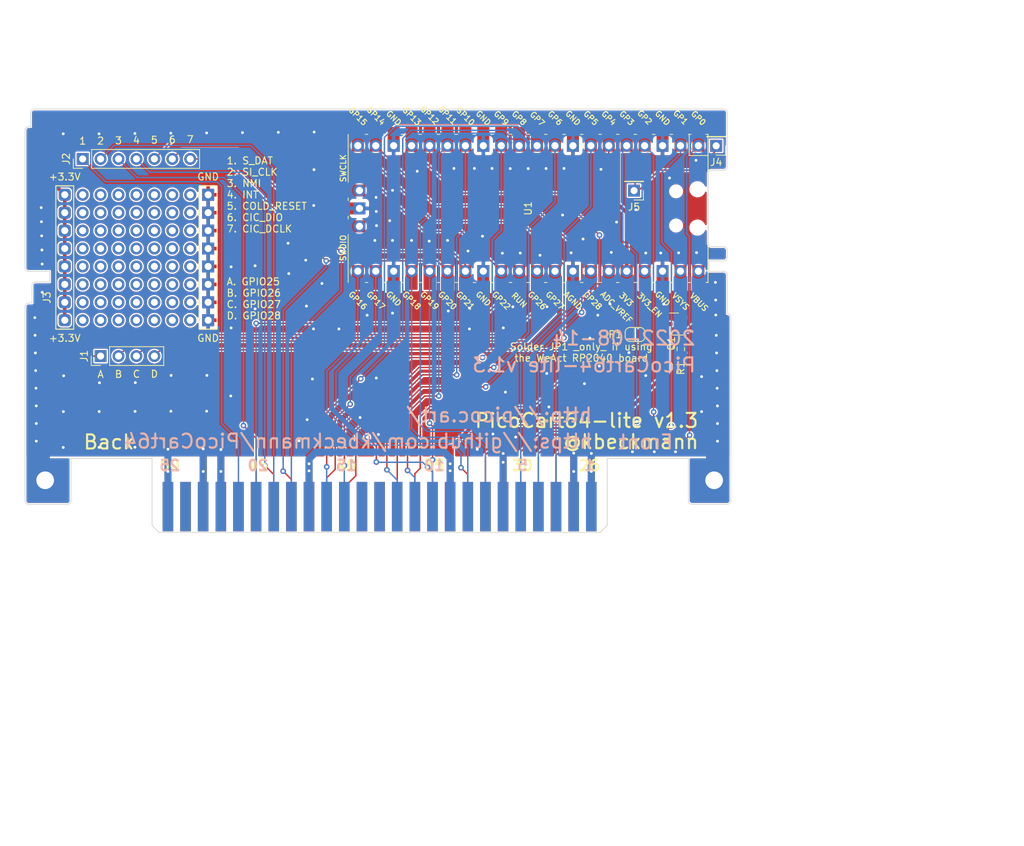
<source format=kicad_pcb>
(kicad_pcb (version 20211014) (generator pcbnew)
  (layers (0 "F.Cu" signal) (31 "B.Cu" signal) (34 "B.Paste" user) (35 "F.Paste" user) (36 "B.SilkS" user "B.Silkscreen") (37 "F.SilkS" user "F.Silkscreen") (38 "B.Mask" user) (39 "F.Mask" user) (44 "Edge.Cuts" user))
  (net 0 "")
  (net 1 "GND")
  (net 2 "+3V3")
  (net 3 "/N64_NMI")
  (net 4 "/N64_CIC_DCLK")
  (net 5 "/N64_VCC")
  (net 6 "/N64_SI_CLK")
  (net 7 "/N64_CIC_DIO")
  (net 8 "/GPIO25")
  (net 9 "/GPIO26")
  (net 10 "/GPIO27")
  (net 11 "/GPIO28")
  (net 12 "Net-(Q1-Pad1)")
  (net 13 "Net-(Q1-Pad2)")
  (net 14 "/N64_INT")
  (net 15 "/AD0")
  (net 16 "/AD1")
  (net 17 "/AD2")
  (net 18 "/AD3")
  (net 19 "/AD4")
  (net 20 "/AD5")
  (net 21 "/AD6")
  (net 22 "/AD7")
  (net 23 "/AD8")
  (net 24 "/AD9")
  (net 25 "/AD10")
  (net 26 "/AD11")
  (net 27 "/AD12")
  (net 28 "/AD13")
  (net 29 "/AD14")
  (net 30 "/AD15")
  (net 31 "/ALEL")
  (net 32 "/ALEH")
  (net 33 "/~{WRITE}")
  (net 34 "/~{READ}")
  (net 35 "/N64_COLD_RESET")
  (net 37 "/RP_SWDIO")
  (net 38 "/RP_SWDCLK")
  (net 39 "/~{RP_RESET}")
  (net 40 "Net-(U1-Pad37)")
  (net 43 "/N64_S_DAT")
  (footprint "MountingHole:MountingHole_2.5mm_Pad" (layer "F.Cu") (at 102.85 112.6)
    (fp_text reference "REF**" hide)
    (fp_text value "MountingHole_2.5mm_Pad" hide)
  )
  (footprint "MountingHole:MountingHole_2.5mm_Pad" (layer "F.Cu") (at 197.65 112.6)
    (fp_text reference "REF**" hide)
    (fp_text value "MountingHole_2.5mm_Pad" hide)
  )
  (footprint "Connector_PinHeader_2.54mm:PinHeader_1x01_P2.54mm_Vertical" (layer "F.Cu") (at 197.93999 65.199997 180)
    (fp_text reference "J4")
    (fp_text value "Conn_01x01")
  )
  (footprint "Connector_PinHeader_2.54mm:PinHeader_1x01_P2.54mm_Vertical" (layer "F.Cu") (at 186.3 71.55 180)
    (fp_text reference "J5")
    (fp_text value "Conn_01x01")
  )
  (footprint "Connector_PinHeader_2.54mm:PinHeader_1x04_P2.54mm_Vertical" (layer "F.Cu") (at 110.705 95 90)
    (fp_text reference "J1")
    (fp_text value "Conn_01x04")
  )
  (footprint "project_area:PinHeader_1x08_P2.54mm_Vertical" (layer "F.Cu") (at 105.625 89.92 90)
    (fp_text reference "J3")
    (fp_text value "Conn_01x02")
  )
  (footprint "Resistor_SMD:R_0603_1608Metric_Pad0.98x0.95mm_HandSolder" (layer "F.Cu") (at 192.925 94.01 -90)
    (fp_text reference "R1")
    (fp_text value "100k")
  )
  (footprint "Jumper:SolderJumper-2_P1.3mm_Open_RoundedPad1.0x1.5mm" (layer "F.Cu") (at 186.445 91.94 180)
    (fp_text reference "JP1")
    (fp_text value "SolderJumper_2_Open")
  )
  (footprint "RPi_Pico:RPi_Pico_SMD_TH" (layer "F.Cu") (at 171.2886 74.075 -90)
    (fp_text reference "U1")
    (fp_text value "Pico")
  )
  (footprint "Connector_PinHeader_2.54mm:PinHeader_1x07_P2.54mm_Vertical" (layer "F.Cu") (at 108.165 67.06 90)
    (fp_text reference "J2")
    (fp_text value "Conn_01x07")
  )
  (footprint "Package_TO_SOT_SMD:SOT-23" (layer "F.Cu") (at 191.975 90.46 180)
    (fp_text reference "Q1")
    (fp_text value "BSS84")
  )
  (footprint "picocart64:N64-Connector" (layer "B.Cu") (at 150.241 116.332 180)
    (fp_text reference "U4" hide)
    (fp_text value "N64-Cartridge")
  )
  (gr_rect (start 104.355 70.87) (end 106.895 91.19) (layer "F.SilkS") (width 0.15) (fill none))
  (gr_rect (start 124.675 70.87) (end 127.215 91.19) (layer "F.SilkS") (width 0.15) (fill none))
  (gr_line locked (start 182.5 119) (end 182.5 109.5) (layer "Edge.Cuts") (width 0.1))
  (gr_line locked (start 194 109.5) (end 182.5 109.5) (layer "Edge.Cuts") (width 0.1))
  (gr_line locked (start 194 109.5) (end 194 115.5) (layer "Edge.Cuts") (width 0.1))
  (gr_line locked (start 199.5 116) (end 194.5 116) (layer "Edge.Cuts") (width 0.1))
  (gr_line locked (start 200 115.5) (end 200 89.5) (layer "Edge.Cuts") (width 0.1))
  (gr_line locked (start 196.9 83) (end 196.9 81.5) (layer "Edge.Cuts") (width 0.1))
  (gr_line locked (start 199 81.5) (end 196.9 81.5) (layer "Edge.Cuts") (width 0.1))
  (gr_line locked (start 118 119) (end 119 120) (layer "Edge.Cuts") (width 0.1))
  (gr_line locked (start 182.5 119) (end 181.5 120) (layer "Edge.Cuts") (width 0.1))
  (gr_arc locked (start 100.8 60.5) (mid 100.946447 60.146447) (end 101.3 60) (layer "Edge.Cuts") (width 0.1))
  (gr_arc locked (start 100 63) (mid 100.146447 62.646447) (end 100.5 62.5) (layer "Edge.Cuts") (width 0.1))
  (gr_arc locked (start 100.5 83) (mid 100.146447 82.853553) (end 100 82.5) (layer "Edge.Cuts") (width 0.1))
  (gr_arc locked (start 101 85) (mid 101.146447 84.646447) (end 101.5 84.5) (layer "Edge.Cuts") (width 0.1))
  (gr_arc locked (start 100 88) (mid 100.146447 87.646447) (end 100.5 87.5) (layer "Edge.Cuts") (width 0.1))
  (gr_arc locked (start 100.5 116) (mid 100.146447 115.853553) (end 100 115.5) (layer "Edge.Cuts") (width 0.1))
  (gr_arc locked (start 106.5 115.5) (mid 106.353553 115.853553) (end 106 116) (layer "Edge.Cuts") (width 0.1))
  (gr_arc locked (start 194.5 116) (mid 194.146447 115.853553) (end 194 115.5) (layer "Edge.Cuts") (width 0.1))
  (gr_arc locked (start 200 115.5) (mid 199.853553 115.853553) (end 199.5 116) (layer "Edge.Cuts") (width 0.1))
  (gr_arc locked (start 199 83) (mid 199.353553 83.146447) (end 199.5 83.5) (layer "Edge.Cuts") (width 0.1))
  (gr_arc locked (start 199.5 81) (mid 199.353553 81.353553) (end 199 81.5) (layer "Edge.Cuts") (width 0.1))
  (gr_arc locked (start 199.5 89) (mid 199.853553 89.146447) (end 200 89.5) (layer "Edge.Cuts") (width 0.1))
  (gr_arc locked (start 196.8 69.15) (mid 196.946447 68.796447) (end 197.3 68.65) (layer "Edge.Cuts") (width 0.1))
  (gr_line locked (start 199.5 83.5) (end 199.5 89) (layer "Edge.Cuts") (width 0.1))
  (gr_line locked (start 118 119) (end 118 109.5) (layer "Edge.Cuts") (width 0.1))
  (gr_arc locked (start 199 79.5) (mid 199.353553 79.646447) (end 199.5 80) (layer "Edge.Cuts") (width 0.1))
  (gr_line locked (start 106.5 109.5) (end 106.5 115.5) (layer "Edge.Cuts") (width 0.1))
  (gr_arc locked (start 199 60) (mid 199.353553 60.146447) (end 199.5 60.5) (layer "Edge.Cuts") (width 0.1))
  (gr_arc locked (start 197.3 79.5) (mid 196.946447 79.353553) (end 196.8 79) (layer "Edge.Cuts") (width 0.1))
  (gr_line locked (start 181.5 120) (end 119 120) (layer "Edge.Cuts") (width 0.1))
  (gr_line (start 198.996447 68.646447) (end 197.3 68.65) (layer "Edge.Cuts") (width 0.1))
  (gr_line locked (start 118 109.5) (end 106.5 109.5) (layer "Edge.Cuts") (width 0.1))
  (gr_line locked (start 103.5 84.5) (end 103.5 83) (layer "Edge.Cuts") (width 0.1))
  (gr_line (start 199.496447 68.146447) (end 199.5 60.5) (layer "Edge.Cuts") (width 0.1))
  (gr_line locked (start 101.5 84.5) (end 103.5 84.5) (layer "Edge.Cuts") (width 0.1))
  (gr_line locked (start 106 116) (end 100.5 116) (layer "Edge.Cuts") (width 0.1))
  (gr_line locked (start 100.5 62.5) (end 100.8 62.5) (layer "Edge.Cuts") (width 0.1))
  (gr_line locked (start 100 82.5) (end 100 63) (layer "Edge.Cuts") (width 0.1))
  (gr_line locked (start 100.8 62.5) (end 100.8 60.5) (layer "Edge.Cuts") (width 0.1))
  (gr_line locked (start 101.3 60) (end 199 60) (layer "Edge.Cuts") (width 0.1))
  (gr_line locked (start 100 115.5) (end 100 88) (layer "Edge.Cuts") (width 0.1))
  (gr_line (start 199 79.5) (end 197.3 79.5) (layer "Edge.Cuts") (width 0.1))
  (gr_line locked (start 100.5 87.5) (end 101 87.5) (layer "Edge.Cuts") (width 0.1))
  (gr_arc locked (start 199.496447 68.146447) (mid 199.35 68.5) (end 198.996447 68.646447) (layer "Edge.Cuts") (width 0.1))
  (gr_line locked (start 101 87.5) (end 101 85) (layer "Edge.Cuts") (width 0.1))
  (gr_line locked (start 199 83) (end 196.9 83) (layer "Edge.Cuts") (width 0.1))
  (gr_line (start 199.5 81) (end 199.5 80) (layer "Edge.Cuts") (width 0.1))
  (gr_line locked (start 103.5 83) (end 100.5 83) (layer "Edge.Cuts") (width 0.1))
  (gr_line (start 196.8 79) (end 196.8 69.15) (layer "Edge.Cuts") (width 0.1))
  (gr_text "5" (at 170.5 110.5) (layer "B.SilkS") (effects (font (size 1.5 1.5) (thickness 0.3)) (justify mirror)))
  (gr_text "10" (at 158 110.5) (layer "B.SilkS") (effects (font (size 1.5 1.5) (thickness 0.3)) (justify mirror)))
  (gr_text "15" (at 145.5 110.5) (layer "B.SilkS") (effects (font (size 1.5 1.5) (thickness 0.3)) (justify mirror)))
  (gr_text "20" (at 133 110.5) (layer "B.SilkS") (effects (font (size 1.5 1.5) (thickness 0.3)) (justify mirror)))
  (gr_text "25" (at 120.5 110.5) (layer "B.SilkS") (effects (font (size 1.5 1.5) (thickness 0.3)) (justify mirror)))
  (gr_text "1" (at 180 110.5) (layer "B.SilkS") (effects (font (size 1.5 1.5) (thickness 0.3)) (justify mirror)))
  (gr_text "45" (at 133 110.5) (layer "F.SilkS") (effects (font (size 1.5 1.5) (thickness 0.3))))
  (gr_text "40" (at 145.5 110.5) (layer "F.SilkS") (effects (font (size 1.5 1.5) (thickness 0.3))))
  (gr_text "35" (at 158 110.5) (layer "F.SilkS") (effects (font (size 1.5 1.5) (thickness 0.3))))
  (gr_text "30" (at 170.5 110.5) (layer "F.SilkS") (effects (font (size 1.5 1.5) (thickness 0.3))))
  (gr_text "26" (at 180 110.5) (layer "F.SilkS") (effects (font (size 1.5 1.5) (thickness 0.3))))
  (gr_text "+3.3V" (at 105.625 69.6) (layer "F.SilkS") (effects (font (size 1 1))))
  (gr_text "A" (at 110.705 97.574246) (layer "F.SilkS") (effects (font (size 1 1))))
  (gr_text "C" (at 115.785 97.553683) (layer "F.SilkS") (effects (font (size 1 1))))
  (gr_text "+3.3V" (at 105.625 92.46) (layer "F.SilkS") (effects (font (size 1 1))))
  (gr_text "1. S_DAT\n2. SI_CLK\n3. NMI\n4. INT\n5. COLD_RESET\n6. CIC_DIO\n7. CIC_DCLK" (at 128.49454 72.14) (layer "F.SilkS") (effects (font (size 1 1)) (justify left)))
  (gr_text "1" (at 108.165 64.516) (layer "F.SilkS") (effects (font (size 1 1))))
  (gr_text "GND" (at 125.945 69.586377) (layer "F.SilkS") (effects (font (size 1 1))))
  (gr_text "50" (at 120.5 110.5) (layer "F.SilkS") (effects (font (size 1.5 1.5) (thickness 0.3))))
  (gr_text "5" (at 118.325 64.388891) (layer "F.SilkS") (effects (font (size 1 1))))
  (gr_text "4" (at 115.785 64.429749) (layer "F.SilkS") (effects (font (size 1 1))))
  (gr_text "GND" (at 125.941596 92.46) (layer "F.SilkS") (effects (font (size 1 1))))
  (gr_text "6" (at 120.865 64.348033) (layer "F.SilkS") (effects (font (size 1 1))))
  (gr_text "2" (at 110.705 64.511465) (layer "F.SilkS") (effects (font (size 1 1))))
  (gr_text "A. GPIO25\nB. GPIO26\nC. GPIO27\nD. GPIO28" (at 128.485 86.868) (layer "F.SilkS") (effects (font (size 1 1)) (justify left)))
  (gr_text "B" (at 113.245 97.567366) (layer "F.SilkS") (effects (font (size 1 1))))
  (gr_text "Solder JP1 _only_ if using\nthe WeAct RP2040 board" (at 178.825 94.48) (layer "F.SilkS") (effects (font (size 1 1))))
  (gr_text "7" (at 123.405 64.307175) (layer "F.SilkS") (effects (font (size 1 1))))
  (gr_text "D" (at 118.325 97.54) (layer "F.SilkS") (effects (font (size 1 1))))
  (gr_text "3" (at 113.245 64.470607) (layer "F.SilkS") (effects (font (size 1 1))))
  (segment (start 167.75 116) (end 167.75 108.712) (width 1) (layer "F.Cu") (net 1))
  (segment (start 125.25 116) (end 125.25 108.204) (width 1) (layer "F.Cu") (net 1))
  (segment (start 120.25 116) (end 120.25 108.204) (width 1) (layer "F.Cu") (net 1))
  (segment (start 177.75 116) (end 177.75 108.762) (width 1) (layer "F.Cu") (net 1))
  (segment (start 127.75 116) (end 127.75 108.204) (width 1) (layer "F.Cu") (net 1))
  (segment (start 180.25 116) (end 180.25 108.712) (width 1) (layer "F.Cu") (net 1))
  (via (at 180.25 111.35) (size 0.8) (drill 0.4) (layers "F.Cu" "B.Cu") (net 1))
  (via (at 180.25 108.8) (size 0.8) (drill 0.4) (layers "F.Cu" "B.Cu") (net 1))
  (via (at 177.75 111.35) (size 0.8) (drill 0.4) (layers "F.Cu" "B.Cu") (net 1))
  (via (at 177.75 108.75) (size 0.8) (drill 0.4) (layers "F.Cu" "B.Cu") (net 1))
  (via (at 167.75 108.8) (size 0.8) (drill 0.4) (layers "F.Cu" "B.Cu") (net 1))
  (via (at 167.75 110.05) (size 0.8) (drill 0.4) (layers "F.Cu" "B.Cu") (net 1))
  (via (at 127.75 111.35) (size 0.8) (drill 0.4) (layers "F.Cu" "B.Cu") (net 1))
  (via (at 127.75 108.25) (size 0.8) (drill 0.4) (layers "F.Cu" "B.Cu") (net 1))
  (via (at 125.25 108.15) (size 0.8) (drill 0.4) (layers "F.Cu" "B.Cu") (net 1))
  (via (at 125.25 111.35) (size 0.8) (drill 0.4) (layers "F.Cu" "B.Cu") (net 1))
  (via (at 120.25 111.35) (size 0.8) (drill 0.4) (layers "F.Cu" "B.Cu") (net 1))
  (via (at 120.25 108.2) (size 0.8) (drill 0.4) (layers "F.Cu" "B.Cu") (net 1))
  (via (at 130.81 63.33655) (size 0.8) (drill 0.4) (layers "F.Cu" "B.Cu") (net 1))
  (via (at 140.875 91.15) (size 0.8) (drill 0.4) (layers "F.Cu" "B.Cu") (net 1))
  (via (at 140.905318 73.66) (size 0.8) (drill 0.4) (layers "F.Cu" "B.Cu") (net 1))
  (via (at 181.61 68.538966) (size 0.8) (drill 0.4) (layers "F.Cu" "B.Cu") (net 1))
  (via (at 115.589704 102.837791) (size 0.8) (drill 0.4) (layers "F.Cu" "B.Cu") (net 1))
  (via (at 190.5 87.63) (size 0.8) (drill 0.4) (layers "F.Cu" "B.Cu") (net 1))
  (via (at 105.41 63.5) (size 0.8) (drill 0.4) (layers "F.Cu" "B.Cu") (net 1))
  (via (at 101.425 92.053295) (size 0.8) (drill 0.4) (layers "F.Cu" "B.Cu") (net 1))
  (via (at 177.38 80.364914) (size 0.8) (drill 0.4) (layers "F.Cu" "B.Cu") (net 1))
  (via (at 192.62 80.364914) (size 0.8) (drill 0.4) (layers "F.Cu" "B.Cu") (net 1))
  (via (at 110.49 107.937495) (size 0.8) (drill 0.4) (layers "F.Cu" "B.Cu") (net 1))
  (via (at 115.57 107.917791) (size 0.8) (drill 0.4) (layers "F.Cu" "B.Cu") (net 1))
  (via (at 197.953903 92.06) (size 0.8) (drill 0.4) (layers "F.Cu" "B.Cu") (net 1))
  (via (at 157.275 78.71) (size 0.8) (drill 0.4) (layers "F.Cu" "B.Cu") (net 1))
  (via (at 168.075 100.11) (size 0.8) (drill 0.4) (layers "F.Cu" "B.Cu") (net 1))
  (via (at 180.047 92.46) (size 0.8) (drill 0.4) (layers "F.Cu" "B.Cu") (net 1))
  (via (at 189.175 108.5635) (size 0.8) (drill 0.4) (layers "F.Cu" "B.Cu") (net 1))
  (via (at 181.375 96.41) (size 0.8) (drill 0.4) (layers "F.Cu" "B.Cu") (net 1))
  (via (at 137.275 79.01) (size 0.8) (drill 0.4) (layers "F.Cu" "B.Cu") (net 1))
  (via (at 138.825 107.01) (size 0.8) (drill 0.4) (layers "F.Cu" "B.Cu") (net 1))
  (via (at 105.429704 102.87) (size 0.8) (drill 0.4) (layers "F.Cu" "B.Cu") (net 1))
  (via (at 148.475 89.21) (size 0.8) (drill 0.4) (layers "F.Cu" "B.Cu") (net 1))
  (via (at 164.825 78.01) (size 0.8) (drill 0.4) (layers "F.Cu" "B.Cu") (net 1))
  (via (at 129.15 100.65) (size 0.8) (drill 0.4) (layers "F.Cu" "B.Cu") (net 1))
  (via (at 125.73 102.814488) (size 0.8) (drill 0.4) (layers "F.Cu" "B.Cu") (net 1))
  (via (at 183.075 80.308167) (size 0.8) (drill 0.4) (layers "F.Cu" "B.Cu") (net 1))
  (via (at 152.075 78.61) (size 0.8) (drill 0.4) (layers "F.Cu" "B.Cu") (net 1))
  (via (at 102.356903 77.96) (size 0.8) (drill 0.4) (layers "F.Cu" "B.Cu") (net 1))
  (via (at 110.54556 98.779704) (size 0.8) (drill 0.4) (layers "F.Cu" "B.Cu") (net 1))
  (via (at 102.322855 75.96) (size 0.8) (drill 0.4) (layers "F.Cu" "B.Cu") (net 1))
  (via (at 179.275 98.91) (size 0.8) (drill 0.4) (layers "F.Cu" "B.Cu") (net 1))
  (via (at 115.57 63.459124) (size 0.8) (drill 0.4) (layers "F.Cu" "B.Cu") (net 1))
  (via (at 162.975 88.21) (size 0.8) (drill 0.4) (layers "F.Cu" "B.Cu") (net 1))
  (via (at 101.384142 89.553295) (size 0.8) (drill 0.4) (layers "F.Cu" "B.Cu") (net 1))
  (via (at 176.375 68.41) (size 0.8) (drill 0.4) (layers "F.Cu" "B.Cu") (net 1))
  (via (at 197.872187 87.06) (size 0.8) (drill 0.4) (layers "F.Cu" "B.Cu") (net 1))
  (via (at 132.6 88.3) (size 0.8) (drill 0.4) (layers "F.Cu" "B.Cu") (net 1))
  (via (at 101.596097 107.053295) (size 0.8) (drill 0.4) (layers "F.Cu" "B.Cu") (net 1))
  (via (at 173.925 97.46) (size 0.8) (drill 0.4) (layers "F.Cu" "B.Cu") (net 1))
  (via (at 179.075 78.41) (size 0.8) (drill 0.4) (layers "F.Cu" "B.Cu") (net 1))
  (via (at 167.775 91.0065) (size 0.8) (drill 0.4) (layers "F.Cu" "B.Cu") (net 1))
  (via (at 102.288806 73.96) (size 0.8) (drill 0.4) (layers "F.Cu" "B.Cu") (net 1))
  (via (at 187.958792 80.395) (size 0.8) (drill 0.4) (layers "F.Cu" "B.Cu") (net 1))
  (via (at 120.65 63.418266) (size 0.8) (drill 0.4) (layers "F.Cu" "B.Cu") (net 1))
  (via (at 172.975 80.71) (size 0.8) (drill 0.4) (layers "F.Cu" "B.Cu") (net 1))
  (via (at 164.075 108.21) (size 0.8) (drill 0.4) (layers "F.Cu" "B.Cu") (net 1))
  (via (at 162.775 80.11) (size 0.8) (drill 0.4) (layers "F.Cu" "B.Cu") (net 1))
  (via (at 197.831329 84.56) (size 0.8) (drill 0.4) (layers "F.Cu" "B.Cu") (net 1))
  (via (at 115.62556 98.76) (size 0.8) (drill 0.4) (layers "F.Cu" "B.Cu") (net 1))
  (via (at 149.775 98.11) (size 0.8) (drill 0.4) (layers "F.Cu" "B.Cu") (net 1))
  (via (at 147.475 103.71) (size 0.8) (drill 0.4) (layers "F.Cu" "B.Cu") (net 1))
  (via (at 171.295 68.432806) (size 0.8) (drill 0.4) (layers "F.Cu" "B.Cu") (net 1))
  (via (at 195.16 80.33654) (size 0.8) (drill 0.4) (layers "F.Cu" "B.Cu") (net 1))
  (via (at 176.175 75.01) (size 0.8) (drill 0.4) (layers "F.Cu" "B.Cu") (net 1))
  (via (at 195.075 67.26) (size 0.8) (drill 0.4) (layers "F.Cu" "B.Cu") (net 1))
  (via (at 102.390951 79.96) (size 0.8) (drill 0.4) (layers "F.Cu" "B.Cu") (net 1))
  (via (at 185.575 94.51) (size 0.8) (drill 0.4) (layers "F.Cu" "B.Cu") (net 1))
  (via (at 159.875 78.61) (size 0.8) (drill 0.4) (layers "F.Cu" "B.Cu") (net 1))
  (via (at 139.875 87.91) (size 0.8) (drill 0.4) (layers "F.Cu" "B.Cu") (net 1))
  (via (at 173.835 68.421403) (size 0.8) (drill 0.4) (layers "F.Cu" "B.Cu") (net 1))
  (via (at 149.776384 74.51) (size 0.8) (drill 0.4) (layers "F.Cu" "B.Cu") (net 1))
  (via (at 149.748011 72.51) (size 0.8) (drill 0.4) (layers "F.Cu" "B.Cu") (net 1))
  (via (at 190.08 80.393288) (size 0.8) (drill 0.4) (layers "F.Cu" "B.Cu") (net 1))
  (via (at 195.875 97.91) (size 0.8) (drill 0.4) (layers "F.Cu" "B.Cu") (net 1))
  (via (at 163.679048 68.41) (size 0.8) (drill 0.4) (layers "F.Cu" "B.Cu") (net 1))
  (via (at 120.669704 102.818088) (size 0.8) (drill 0.4) (layers "F.Cu" "B.Cu") (net 1))
  (via (at 168.755 68.432805) (size 0.8) (drill 0.4) (layers "F.Cu" "B.Cu") (net 1))
  (via (at 137.375 83.31) (size 0.8) (drill 0.4) (layers "F.Cu" "B.Cu") (net 1))
  (via (at 139.975 104.01) (size 0.8) (drill 0.4) (layers "F.Cu" "B.Cu") (net 1))
  (via (at 144.475 91.15) (size 0.8) (drill 0.4) (layers "F.Cu" "B.Cu") (net 1))
  (via (at 197.885 89.18) (size 0.8) (drill 0.4) (layers "F.Cu" "B.Cu") (net 1))
  (via (at 169.125 88.015) (size 0.8) (drill 0.4) (layers "F.Cu" "B.Cu") (net 1))
  (via (at 198.076477 99.56) (size 0.8) (drill 0.4) (layers "F.Cu" "B.Cu") (net 1))
  (via (at 129.2 82.35) (size 0.8) (drill 0.4) (layers "F.Cu" "B.Cu") (net 1))
  (via (at 120.70556 97.738088) (size 0.8) (drill 0.4) (layers "F.Cu" "B.Cu") (net 1))
  (via (at 135.89 63.295692) (size 0.8) (drill 0.4) (layers "F.Cu" "B.Cu") (net 1))
  (via (at 183.825 76.01) (size 0.8) (drill 0.4) (layers "F.Cu" "B.Cu") (net 1))
  (via (at 197.994761 94.56) (size 0.8) (drill 0.4) (layers "F.Cu" "B.Cu") (net 1))
  (via (at 159.975 88.61) (size 0.8) (drill 0.4) (layers "F.Cu" "B.Cu") (net 1))
  (via (at 152.075 71.51) (size 0.8) (drill 0.4) (layers "F.Cu" "B.Cu") (net 1))
  (via (at 195.875 102.87) (size 0.8) (drill 0.4) (layers "F.Cu" "B.Cu") (net 1))
  (via (at 101.465858 94.553295) (size 0.8) (drill 0.4) (layers "F.Cu" "B.Cu") (net 1))
  (via (at 181.1646 89.2088) (size 0.8) (drill 0.4) (layers "F.Cu" "B.Cu") (net 1))
  (via (at 182.88 87.587963) (size 0.8) (drill 0.4) (layers "F.Cu" "B.Cu") (net 1))
  (via (at 191.325 69.76) (size 0.8) (drill 0.4) (layers "F.Cu" "B.Cu") (net 1))
  (via (at 169.5314 106.4808) (size 0.8) (drill 0.4) (layers "F.Cu" "B.Cu") (net 1))
  (via (at 101.588432 102.053295) (size 0.8) (drill 0.4) (layers "F.Cu" "B.Cu") (net 1))
  (via (at 198.124999 104.56) (size 0.8) (drill 0.4) (layers "F.Cu" "B.Cu") (net 1))
  (via (at 154.775 78.61) (size 0.8) (drill 0.4) (layers "F.Cu" "B.Cu") (net 1))
  (via (at 192.175 108.5635) (size 0.8) (drill 0.4) (layers "F.Cu" "B.Cu") (net 1))
  (via (at 198.125 107.06) (size 0.8) (drill 0.4) (layers "F.Cu" "B.Cu") (net 1))
  (via (at 102.425 85.96) (size 0.8) (drill 0.4) (layers "F.Cu" "B.Cu") (net 1))
  (via (at 152.075 88.91) (size 0.8) (drill 0.4) (layers "F.Cu" "B.Cu") (net 1))
  (via (at 102.425 81.96) (size 0.8) (drill 0.4) (layers "F.Cu" "B.Cu") (net 1))
  (via (at 149.575 78.61) (size 0.8) (drill 0.4) (layers "F.Cu" "B.Cu") (net 1))
  (via (at 101.547574 99.553295) (size 0.8) (drill 0.4) (layers "F.Cu" "B.Cu") (net 1))
  (via (at 170.18 80.400496) (size 0.8) (drill 0.4) (layers "F.Cu" "B.Cu") (net 1))
  (via (at 140.946176 68.58) (size 0.8) (drill 0.4) (layers "F.Cu" "B.Cu") (net 1))
  (via (at 186.575 74.26) (size 0.8) (drill 0.4) (layers "F.Cu" "B.Cu") (net 1))
  (via (at 150.075 106.11) (size 0.8) (drill 0.4) (layers "F.Cu" "B.Cu") (net 1))
  (via (at 166.3 106.05) (size 0.8) (drill 0.4) (layers "F.Cu" "B.Cu") (net 1))
  (via (at 142.075 84.71) (size 0.8) (drill 0.4) (layers "F.Cu" "B.Cu") (net 1))
  (via (at 140.7278 98.2512) (size 0.8) (drill 0.4) (layers "F.Cu" "B.Cu") (net 1))
  (via (at 125.73 63.377408) (size 0.8) (drill 0.4) (layers "F.Cu" "B.Cu") (net 1))
  (via (at 105.41 107.95) (size 0.8) (drill 0.4) (layers "F.Cu" "B.Cu") (net 1))
  (via (at 186.075 108.5635) (size 0.8) (drill 0.4) (layers "F.Cu" "B.Cu") (net 1))
  (via (at 132.6 82.2) (size 0.8) (drill 0.4) (layers "F.Cu" "B.Cu") (net 1))
  (via (at 173.975 88.01) (size 0.8) (drill 0.4) (layers "F.Cu" "B.Cu") (net 1))
  (via (at 187.96 97.759352) (size 0.8) (drill 0.4) (layers "F.Cu" "B.Cu") (net 1))
  (via (at 105.46556 97.79) (size 0.8) (drill 0.4) (layers "F.Cu" "B.Cu") (net 1))
  (via (at 110.509704 102.857495) (size 0.8) (drill 0.4) (layers "F.Cu" "B.Cu") (net 1))
  (via (at 160.775 68.41) (size 0.8) (drill 0.4) (layers "F.Cu" "B.Cu") (net 1))
  (via (at 101.506716 97.053295) (size 0.8) (drill 0.4) (layers "F.Cu" "B.Cu") (net 1))
  (via (at 198.035619 97.06) (size 0.8) (drill 0.4) (layers "F.Cu" "B.Cu") (net 1))
  (via (at 151.675 75.81) (size 0.8) (drill 0.4) (layers "F.Cu" "B.Cu") (net 1))
  (via (at 167.64 80.424141) (size 0.8) (drill 0.4) (layers "F.Cu" "B.Cu") (net 1))
  (via (at 162.975 91.15) (size 0.8) (drill 0.4) (layers "F.Cu" "B.Cu") (net 1))
  (via (at 166.179048 68.41) (size 0.8) (drill 0.4) (layers "F.Cu" "B.Cu") (net 1))
  (via (at 139.775 81.41) (size 0.8) (drill 0.4) (layers "F.Cu" "B.Cu") (net 1))
  (via (at 101.596096 104.553295) (size 0.8) (drill 0.4) (layers "F.Cu" "B.Cu") (net 1))
  (via (at 198.117335 102.06) (size 0.8) (drill 0.4) (layers "F.Cu" "B.Cu") (net 1))
  (via (at 155.575 68.81) (size 0.8) (drill 0.4) (layers "F.Cu" "B.Cu") (net 1))
  (via (at 149.804758 76.51) (size 0.8) (drill 0.4) (layers "F.Cu" "B.Cu") (net 1))
  (via (at 129.2 91.0065) (size 0.8) (drill 0.4) (layers "F.Cu" "B.Cu") (net 1))
  (via (at 125.765856 97.734488) (size 0.8) (drill 0.4) (layers "F.Cu" "B.Cu") (net 1))
  (via (at 110.49 63.499982) (size 0.8) (drill 0.4) (layers "F.Cu" "B.Cu") (net 1))
  (via (at 140.97 63.254834) (size 0.8) (drill 0.4) (layers "F.Cu" "B.Cu") (net 1))
  (via (at 174.225 102.21) (size 0.8) (drill 0.4) (layers "F.Cu" "B.Cu") (net 1))
  (segment (start 120.25 116) (end 120.25 108.2) (width 1) (layer "B.Cu") (net 1))
  (segment (start 125.25 116) (end 125.25 108.15) (width 1) (layer "B.Cu") (net 1))
  (segment (start 127.75 116) (end 127.75 108.25) (width 1) (layer "B.Cu") (net 1))
  (segment (start 180.25 116) (end 180.25 108.712) (width 1) (layer "B.Cu") (net 1))
  (segment (start 167.75 116) (end 167.75 108.712) (width 1) (layer "B.Cu") (net 1))
  (segment (start 177.75 116) (end 177.75 108.762) (width 1) (layer "B.Cu") (net 1))
  (segment (start 104.35 61.95) (end 103.5 62.8) (width 0.5) (layer "F.Cu") (net 2))
  (segment (start 105.625 72.14) (end 105.625 89.92) (width 0.5) (layer "F.Cu") (net 2))
  (segment (start 185.2586 82.965) (end 185.2586 91.4036) (width 0.5) (layer "F.Cu") (net 2))
  (segment (start 185.2586 91.4036) (end 185.795 91.94) (width 0.5) (layer "F.Cu") (net 2))
  (segment (start 185.2586 82.965) (end 185.2586 74.6936) (width 0.5) (layer "F.Cu") (net 2))
  (segment (start 183.7 61.95) (end 104.35 61.95) (width 0.5) (layer "F.Cu") (net 2))
  (segment (start 185.2586 74.6936) (end 184 73.435) (width 0.5) (layer "F.Cu") (net 2))
  (segment (start 184 73.435) (end 184 62.25) (width 0.5) (layer "F.Cu") (net 2))
  (segment (start 103.5 62.8) (end 103.5 70.015) (width 0.5) (layer "F.Cu") (net 2))
  (segment (start 103.5 70.015) (end 105.625 72.14) (width 0.5) (layer "F.Cu") (net 2))
  (segment (start 184 62.25) (end 183.7 61.95) (width 0.5) (layer "F.Cu") (net 2))
  (segment (start 130.95 104.85) (end 132.741 106.641) (width 0.2032) (layer "F.Cu") (net 3))
  (segment (start 132.741 106.641) (end 132.741 116.332) (width 0.2032) (layer "F.Cu") (net 3))
  (via (at 130.95 104.85) (size 0.8) (drill 0.4) (layers "F.Cu" "B.Cu") (net 3))
  (segment (start 130.95 104.85) (end 130.95 72.4325) (width 0.2032) (layer "B.Cu") (net 3))
  (segment (start 130.95 72.4325) (end 128.2175 69.7) (width 0.2032) (layer "B.Cu") (net 3))
  (segment (start 115.885 69.7) (end 113.245 67.06) (width 0.2032) (layer "B.Cu") (net 3))
  (segment (start 128.2175 69.7) (end 115.885 69.7) (width 0.2032) (layer "B.Cu") (net 3))
  (segment (start 137.741 112.476) (end 137.741 116.332) (width 0.2032) (layer "F.Cu") (net 4))
  (segment (start 142.675 81.51) (end 128.225 67.06) (width 0.2032) (layer "F.Cu") (net 4))
  (segment (start 142.675 81.51) (end 158.4036 81.51) (width 0.2032) (layer "F.Cu") (net 4))
  (segment (start 128.225 67.06) (end 123.405 67.06) (width 0.2032) (layer "F.Cu") (net 4))
  (segment (start 136.575 111.31) (end 137.741 112.476) (width 0.2032) (layer "F.Cu") (net 4))
  (segment (start 158.4036 81.51) (end 159.8586 82.965) (width 0.2032) (layer "F.Cu") (net 4))
  (via (at 136.575 111.31) (size 0.8) (drill 0.4) (layers "F.Cu" "B.Cu") (net 4))
  (via (at 142.675 81.51) (size 0.8) (drill 0.4) (layers "F.Cu" "B.Cu") (net 4))
  (segment (start 136.575 88.51) (end 136.575 111.31) (width 0.2032) (layer "B.Cu") (net 4))
  (segment (start 142.675 82.41) (end 136.575 88.51) (width 0.2032) (layer "B.Cu") (net 4))
  (segment (start 142.675 81.51) (end 142.675 82.41) (width 0.2032) (layer "B.Cu") (net 4))
  (segment (start 160.241 110.259) (end 160.241 108.094) (width 1.016) (layer "F.Cu") (net 5))
  (segment (start 160.241 108.094) (end 164.775 103.56) (width 0.5) (layer "F.Cu") (net 5))
  (segment (start 184.625 103.56) (end 191.0375 97.1475) (width 0.5) (layer "F.Cu") (net 5))
  (segment (start 164.775 103.56) (end 184.625 103.56) (width 0.5) (layer "F.Cu") (net 5))
  (segment (start 140.241 110.259) (end 140.241 116.332) (width 1.016) (layer "F.Cu") (net 5))
  (segment (start 191.0375 97.1475) (end 191.0375 90.46) (width 0.5) (layer "F.Cu") (net 5))
  (segment (start 160.241 110.259) (end 160.241 116.332) (width 1.016) (layer "F.Cu") (net 5))
  (via (at 160.241 110.259) (size 0.8) (drill 0.4) (layers "F.Cu" "B.Cu") (net 5))
  (via (at 140.241 110.259) (size 0.8) (drill 0.4) (layers "F.Cu" "B.Cu") (net 5))
  (via (at 140.241 111.259) (size 0.8) (drill 0.4) (layers "F.Cu" "B.Cu") (net 5))
  (via (at 160.241 111.252) (size 0.8) (drill 0.4) (layers "F.Cu" "B.Cu") (net 5))
  (segment (start 159.4 108.6) (end 141.2 108.6) (width 1.016) (layer "B.Cu") (net 5))
  (segment (start 141.2 108.6) (end 140.241 109.559) (width 1.016) (layer "B.Cu") (net 5))
  (segment (start 160.241 110.259) (end 160.241 109.441) (width 1.016) (layer "B.Cu") (net 5))
  (segment (start 140.241 109.559) (end 140.241 110.259) (width 1.016) (layer "B.Cu") (net 5))
  (segment (start 140.25 110.25) (end 140.241 110.259) (width 1.016) (layer "B.Cu") (net 5))
  (segment (start 160.241 116.332) (end 160.241 110.259) (width 1.016) (layer "B.Cu") (net 5))
  (segment (start 140.241 116.332) (end 140.241 110.259) (width 1.016) (layer "B.Cu") (net 5))
  (segment (start 160.241 109.441) (end 159.4 108.6) (width 1.016) (layer "B.Cu") (net 5))
  (segment (start 135.241 68.391) (end 135.241 116.332) (width 0.2032) (layer "B.Cu") (net 6))
  (segment (start 112.615 65.15) (end 132 65.15) (width 0.2032) (layer "B.Cu") (net 6))
  (segment (start 110.705 67.06) (end 112.615 65.15) (width 0.2032) (layer "B.Cu") (net 6))
  (segment (start 132 65.15) (end 135.241 68.391) (width 0.2032) (layer "B.Cu") (net 6))
  (segment (start 160.475 80.11) (end 162.3986 82.0336) (width 0.2032) (layer "F.Cu") (net 7))
  (segment (start 122.215 65.71) (end 120.865 67.06) (width 0.2032) (layer "F.Cu") (net 7))
  (segment (start 162.3986 82.0336) (end 162.3986 82.965) (width 0.2032) (layer "F.Cu") (net 7))
  (segment (start 130.177894 65.71) (end 122.215 65.71) (width 0.2032) (layer "F.Cu") (net 7))
  (segment (start 144.577894 80.11) (end 130.177894 65.71) (width 0.2032) (layer "F.Cu") (net 7))
  (segment (start 144.775 80.11) (end 144.577894 80.11) (width 0.2032) (layer "F.Cu") (net 7))
  (segment (start 144.775 80.11) (end 160.475 80.11) (width 0.2032) (layer "F.Cu") (net 7))
  (via (at 144.775 80.11) (size 0.8) (drill 0.4) (layers "F.Cu" "B.Cu") (net 7))
  (segment (start 137.741 92.844) (end 137.741 116.332) (width 0.2032) (layer "B.Cu") (net 7))
  (segment (start 144.825 80.16) (end 144.825 85.76) (width 0.2032) (layer "B.Cu") (net 7))
  (segment (start 144.825 85.76) (end 137.741 92.844) (width 0.2032) (layer "B.Cu") (net 7))
  (segment (start 144.775 80.11) (end 144.825 80.16) (width 0.2032) (layer "B.Cu") (net 7))
  (segment (start 185.85 61.3) (end 103.3 61.3) (width 0.2032) (layer "F.Cu") (net 8))
  (segment (start 104.3 73.355) (end 104.3 91.135) (width 0.2032) (layer "F.Cu") (net 8))
  (segment (start 197.93999 65.86001) (end 197.93999 65.199997) (width 0.2032) (layer "F.Cu") (net 8))
  (segment (start 186.45 61.9) (end 185.85 61.3) (width 0.2032) (layer "F.Cu") (net 8))
  (segment (start 108.165 95) (end 110.705 95) (width 0.2032) (layer "F.Cu") (net 8))
  (segment (start 186.45 71.4) (end 186.45 61.9) (width 0.2032) (layer "F.Cu") (net 8))
  (segment (start 189.85 68.65) (end 195.15 68.65) (width 0.2032) (layer "F.Cu") (net 8))
  (segment (start 102.45 71.505) (end 104.3 73.355) (width 0.2032) (layer "F.Cu") (net 8))
  (segment (start 186.95 71.55) (end 189.85 68.65) (width 0.2032) (layer "F.Cu") (net 8))
  (segment (start 104.3 91.135) (end 108.165 95) (width 0.2032) (layer "F.Cu") (net 8))
  (segment (start 186.3 71.55) (end 186.95 71.55) (width 0.2032) (layer "F.Cu") (net 8))
  (segment (start 186.3 71.55) (end 186.45 71.4) (width 0.2032) (layer "F.Cu") (net 8))
  (segment (start 195.15 68.65) (end 197.93999 65.86001) (width 0.2032) (layer "F.Cu") (net 8))
  (segment (start 102.45 62.15) (end 102.45 71.505) (width 0.2032) (layer "F.Cu") (net 8))
  (segment (start 103.3 61.3) (end 102.45 62.15) (width 0.2032) (layer "F.Cu") (net 8))
  (segment (start 168.875 91.96) (end 116.285 91.96) (width 0.2032) (layer "F.Cu") (net 9))
  (segment (start 116.285 91.96) (end 113.245 95) (width 0.2032) (layer "F.Cu") (net 9))
  (segment (start 172.5586 88.2764) (end 168.875 91.96) (width 0.2032) (layer "F.Cu") (net 9))
  (segment (start 172.5586 82.965) (end 172.5586 88.2764) (width 0.2032) (layer "F.Cu") (net 9))
  (segment (start 117.925 92.86) (end 115.785 95) (width 0.2032) (layer "F.Cu") (net 10))
  (segment (start 171.175 92.86) (end 117.925 92.86) (width 0.2032) (layer "F.Cu") (net 10))
  (segment (start 175.0986 88.9364) (end 171.175 92.86) (width 0.2032) (layer "F.Cu") (net 10))
  (segment (start 175.0986 82.965) (end 175.0986 88.9364) (width 0.2032) (layer "F.Cu") (net 10))
  (segment (start 180.1786 82.965) (end 180.1786 90.8214) (width 0.2032) (layer "F.Cu") (net 11))
  (segment (start 176.89 94.11) (end 119.215 94.11) (width 0.2032) (layer "F.Cu") (net 11))
  (segment (start 180.1786 90.8214) (end 176.89 94.11) (width 0.2032) (layer "F.Cu") (net 11))
  (segment (start 119.215 94.11) (end 118.325 95) (width 0.2032) (layer "F.Cu") (net 11))
  (segment (start 195.4186 89.9164) (end 193.925 91.41) (width 0.5) (layer "F.Cu") (net 12))
  (segment (start 193.925 91.41) (end 192.9125 91.41) (width 0.5) (layer "F.Cu") (net 12))
  (segment (start 192.9125 93.085) (end 192.925 93.0975) (width 0.5) (layer "F.Cu") (net 12))
  (segment (start 195.4186 82.965) (end 195.4186 89.9164) (width 0.5) (layer "F.Cu") (net 12))
  (segment (start 192.9125 91.41) (end 192.9125 93.085) (width 0.5) (layer "F.Cu") (net 12))
  (segment (start 192.8786 89.4761) (end 192.9125 89.51) (width 0.5) (layer "F.Cu") (net 13))
  (segment (start 192.8786 82.965) (end 192.8786 89.4761) (width 0.5) (layer "F.Cu") (net 13))
  (segment (start 133.975 110.51) (end 135.241 111.776) (width 0.2032) (layer "F.Cu") (net 14))
  (segment (start 135.241 111.776) (end 135.241 116.332) (width 0.2032) (layer "F.Cu") (net 14))
  (via (at 133.975 110.51) (size 0.8) (drill 0.4) (layers "F.Cu" "B.Cu") (net 14))
  (segment (start 130.7825 68.95) (end 117.675 68.95) (width 0.2032) (layer "B.Cu") (net 14))
  (segment (start 133.975 72.1425) (end 130.7825 68.95) (width 0.2032) (layer "B.Cu") (net 14))
  (segment (start 117.675 68.95) (end 115.785 67.06) (width 0.2032) (layer "B.Cu") (net 14))
  (segment (start 133.975 110.51) (end 133.975 72.1425) (width 0.2032) (layer "B.Cu") (net 14))
  (segment (start 194.175 106.21) (end 192.775 107.61) (width 0.2032) (layer "F.Cu") (net 15))
  (segment (start 192.775 107.61) (end 176.725 107.61) (width 0.2032) (layer "F.Cu") (net 15))
  (segment (start 175.241 109.094) (end 175.241 116.332) (width 0.2032) (layer "F.Cu") (net 15))
  (segment (start 176.725 107.61) (end 175.241 109.094) (width 0.2032) (layer "F.Cu") (net 15))
  (via (at 194.175 106.21) (size 0.8) (drill 0.4) (layers "F.Cu" "B.Cu") (net 15))
  (segment (start 194.175 106.21) (end 194.15 106.185) (width 0.2032) (layer "B.Cu") (net 15))
  (segment (start 194.15 78.051601) (end 193.75 77.651601) (width 0.2032) (layer "B.Cu") (net 15))
  (segment (start 194.15 106.185) (end 194.15 78.051601) (width 0.2032) (layer "B.Cu") (net 15))
  (segment (start 193.75 66.8536) (end 195.4186 65.185) (width 0.2032) (layer "B.Cu") (net 15))
  (segment (start 193.75 77.651601) (end 193.75 66.8536) (width 0.2032) (layer "B.Cu") (net 15))
  (segment (start 172.741 108.844) (end 172.741 116.332) (width 0.2032) (layer "F.Cu") (net 16))
  (segment (start 189.875 106.61) (end 174.975 106.61) (width 0.2032) (layer "F.Cu") (net 16))
  (segment (start 174.975 106.61) (end 172.741 108.844) (width 0.2032) (layer "F.Cu") (net 16))
  (segment (start 191.575 104.91) (end 189.875 106.61) (width 0.2032) (layer "F.Cu") (net 16))
  (via (at 191.575 104.91) (size 0.8) (drill 0.4) (layers "F.Cu" "B.Cu") (net 16))
  (segment (start 191.6 80.3) (end 190.244404 78.944404) (width 0.2032) (layer "B.Cu") (net 16))
  (segment (start 190.244404 78.944404) (end 190.244404 68.962396) (width 0.2032) (layer "B.Cu") (net 16))
  (segment (start 190.244404 68.962396) (end 192.8786 66.3282) (width 0.2032) (layer "B.Cu") (net 16))
  (segment (start 191.575 104.91) (end 191.6 104.885) (width 0.2032) (layer "B.Cu") (net 16))
  (segment (start 192.8786 66.3282) (end 192.8786 65.185) (width 0.2032) (layer "B.Cu") (net 16))
  (segment (start 191.6 104.885) (end 191.6 80.3) (width 0.2032) (layer "B.Cu") (net 16))
  (segment (start 173.14 105.66) (end 170.241 108.559) (width 0.2032) (layer "F.Cu") (net 17))
  (segment (start 187.925 105.66) (end 173.14 105.66) (width 0.2032) (layer "F.Cu") (net 17))
  (segment (start 189.075 102.91) (end 189.075 104.51) (width 0.2032) (layer "F.Cu") (net 17))
  (segment (start 189.075 104.51) (end 187.925 105.66) (width 0.2032) (layer "F.Cu") (net 17))
  (segment (start 170.241 108.559) (end 170.241 116.332) (width 0.2032) (layer "F.Cu") (net 17))
  (via (at 189.075 102.91) (size 0.8) (drill 0.4) (layers "F.Cu" "B.Cu") (net 17))
  (segment (start 189.05 102.885) (end 189.05 66.4364) (width 0.2032) (layer "B.Cu") (net 17))
  (segment (start 189.05 66.4364) (end 187.7986 65.185) (width 0.2032) (layer "B.Cu") (net 17))
  (segment (start 189.075 102.91) (end 189.05 102.885) (width 0.2032) (layer "B.Cu") (net 17))
  (segment (start 165.241 109.009) (end 169.49 104.76) (width 0.2032) (layer "F.Cu") (net 18))
  (segment (start 165.241 116.332) (end 165.241 109.009) (width 0.2032) (layer "F.Cu") (net 18))
  (segment (start 169.49 104.76) (end 186.175 104.76) (width 0.2032) (layer "F.Cu") (net 18))
  (segment (start 186.175 104.76) (end 186.675 104.26) (width 0.2032) (layer "F.Cu") (net 18))
  (via (at 186.675 104.26) (size 0.8) (drill 0.4) (layers "F.Cu" "B.Cu") (net 18))
  (segment (start 186.675 80.61) (end 186.675 104.26) (width 0.2032) (layer "B.Cu") (net 18))
  (segment (start 185.2586 65.185) (end 184.675 65.7686) (width 0.2032) (layer "B.Cu") (net 18))
  (segment (start 184.675 65.7686) (end 184.675 78.61) (width 0.2032) (layer "B.Cu") (net 18))
  (segment (start 184.675 78.61) (end 186.675 80.61) (width 0.2032) (layer "B.Cu") (net 18))
  (segment (start 157.425 102.16) (end 156 103.585) (width 0.2032) (layer "F.Cu") (net 19))
  (segment (start 155.241 111.659) (end 155.241 116.332) (width 0.2032) (layer "F.Cu") (net 19))
  (segment (start 182.7186 76.5686) (end 184 77.85) (width 0.2032) (layer "F.Cu") (net 19))
  (segment (start 184 90.25) (end 172.09 102.16) (width 0.2032) (layer "F.Cu") (net 19))
  (segment (start 156 110.9) (end 155.241 111.659) (width 0.2032) (layer "F.Cu") (net 19))
  (segment (start 184 77.85) (end 184 90.25) (width 0.2032) (layer "F.Cu") (net 19))
  (segment (start 182.7186 65.185) (end 182.7186 76.5686) (width 0.2032) (layer "F.Cu") (net 19))
  (segment (start 156 103.585) (end 156 110.9) (width 0.2032) (layer "F.Cu") (net 19))
  (segment (start 172.09 102.16) (end 157.425 102.16) (width 0.2032) (layer "F.Cu") (net 19))
  (segment (start 152.741 102.894) (end 156.275 99.36) (width 0.2032) (layer "F.Cu") (net 20))
  (segment (start 152.741 116.332) (end 152.741 102.894) (width 0.2032) (layer "F.Cu") (net 20))
  (segment (start 156.275 99.36) (end 165.275 99.36) (width 0.2032) (layer "F.Cu") (net 20))
  (via (at 165.275 99.36) (size 0.8) (drill 0.4) (layers "F.Cu" "B.Cu") (net 20))
  (segment (start 176.4 88.235) (end 165.275 99.36) (width 0.2032) (layer "B.Cu") (net 20))
  (segment (start 176.4 77.6) (end 176.4 88.235) (width 0.2032) (layer "B.Cu") (net 20))
  (segment (start 180.1786 65.185) (end 180.1786 73.8214) (width 0.2032) (layer "B.Cu") (net 20))
  (segment (start 180.1786 73.8214) (end 176.4 77.6) (width 0.2032) (layer "B.Cu") (net 20))
  (segment (start 146.875 111.948) (end 146.875 105.56) (width 0.2032) (layer "F.Cu") (net 21))
  (segment (start 146.875 105.56) (end 155.825 96.61) (width 0.2032) (layer "F.Cu") (net 21))
  (segment (start 155.825 96.61) (end 166.425 96.61) (width 0.2032) (layer "F.Cu") (net 21))
  (segment (start 145.241 116.332) (end 145.241 113.582) (width 0.2032) (layer "F.Cu") (net 21))
  (segment (start 145.241 113.582) (end 146.875 111.948) (width 0.2032) (layer "F.Cu") (net 21))
  (via (at 166.425 96.61) (size 0.8) (drill 0.4) (layers "F.Cu" "B.Cu") (net 21))
  (segment (start 175.0986 73.1864) (end 171.375 76.91) (width 0.2032) (layer "B.Cu") (net 21))
  (segment (start 171.375 91.66) (end 166.425 96.61) (width 0.2032) (layer "B.Cu") (net 21))
  (segment (start 171.375 76.91) (end 171.375 91.66) (width 0.2032) (layer "B.Cu") (net 21))
  (segment (start 175.0986 65.185) (end 175.0986 73.1864) (width 0.2032) (layer "B.Cu") (net 21))
  (segment (start 142.741 112.259) (end 142.741 116.332) (width 0.2032) (layer "F.Cu") (net 22))
  (segment (start 143.95 103.935) (end 143.95 111.05) (width 0.2032) (layer "F.Cu") (net 22))
  (segment (start 143.95 111.05) (end 142.741 112.259) (width 0.2032) (layer "F.Cu") (net 22))
  (segment (start 146.075 101.81) (end 143.95 103.935) (width 0.2032) (layer "F.Cu") (net 22))
  (via (at 146.075 101.81) (size 0.8) (drill 0.4) (layers "F.Cu" "B.Cu") (net 22))
  (segment (start 152.525 62.41) (end 169.7836 62.41) (width 0.2032) (layer "B.Cu") (net 22))
  (segment (start 150.925 64.01) (end 152.525 62.41) (width 0.2032) (layer "B.Cu") (net 22))
  (segment (start 146.075 98.01) (end 150.925 93.16) (width 0.2032) (layer "B.Cu") (net 22))
  (segment (start 146.075 101.81) (end 146.075 98.01) (width 0.2032) (layer "B.Cu") (net 22))
  (segment (start 150.925 93.16) (end 150.925 64.01) (width 0.2032) (layer "B.Cu") (net 22))
  (segment (start 169.7836 62.41) (end 172.5586 65.185) (width 0.2032) (layer "B.Cu") (net 22))
  (segment (start 142.75 103.035) (end 142.75 110.7) (width 0.2032) (layer "F.Cu") (net 23))
  (segment (start 147.575 98.21) (end 142.75 103.035) (width 0.2032) (layer "F.Cu") (net 23))
  (via (at 147.575 98.21) (size 0.8) (drill 0.4) (layers "F.Cu" "B.Cu") (net 23))
  (via (at 142.75 110.7) (size 0.8) (drill 0.4) (layers "F.Cu" "B.Cu") (net 23))
  (segment (start 154.675 63.01) (end 167.8436 63.01) (width 0.2032) (layer "B.Cu") (net 23))
  (segment (start 142.741 110.709) (end 142.741 116.332) (width 0.2032) (layer "B.Cu") (net 23))
  (segment (start 153.525 92.26) (end 153.525 64.16) (width 0.2032) (layer "B.Cu") (net 23))
  (segment (start 153.525 64.16) (end 154.675 63.01) (width 0.2032) (layer "B.Cu") (net 23))
  (segment (start 147.575 98.21) (end 153.525 92.26) (width 0.2032) (layer "B.Cu") (net 23))
  (segment (start 167.8436 63.01) (end 170.0186 65.185) (width 0.2032) (layer "B.Cu") (net 23))
  (segment (start 142.75 110.7) (end 142.741 110.709) (width 0.2032) (layer "B.Cu") (net 23))
  (segment (start 154.575 95.21) (end 164.825 95.21) (width 0.2032) (layer "F.Cu") (net 24))
  (segment (start 145.25 104.535) (end 154.575 95.21) (width 0.2032) (layer "F.Cu") (net 24))
  (segment (start 145.25 110.51) (end 145.25 104.535) (width 0.2032) (layer "F.Cu") (net 24))
  (via (at 164.825 95.21) (size 0.8) (drill 0.4) (layers "F.Cu" "B.Cu") (net 24))
  (via (at 145.25 110.51) (size 0.8) (drill 0.4) (layers "F.Cu" "B.Cu") (net 24))
  (segment (start 167.4786 77.2064) (end 166.2 78.485) (width 0.2032) (layer "B.Cu") (net 24))
  (segment (start 166.2 78.485) (end 166.2 93.835) (width 0.2032) (layer "B.Cu") (net 24))
  (segment (start 145.241 110.519) (end 145.241 116.332) (width 0.2032) (layer "B.Cu") (net 24))
  (segment (start 145.25 110.51) (end 145.241 110.519) (width 0.2032) (layer "B.Cu") (net 24))
  (segment (start 166.2 93.835) (end 164.825 95.21) (width 0.2032) (layer "B.Cu") (net 24))
  (segment (start 167.4786 65.185) (end 167.4786 77.2064) (width 0.2032) (layer "B.Cu") (net 24))
  (segment (start 151.275 102.71) (end 156.325 97.66) (width 0.2032) (layer "F.Cu") (net 25))
  (segment (start 156.325 97.66) (end 161.175 97.66) (width 0.2032) (layer "F.Cu") (net 25))
  (segment (start 151.275 111.11) (end 151.275 102.71) (width 0.2032) (layer "F.Cu") (net 25))
  (via (at 161.175 97.66) (size 0.8) (drill 0.4) (layers "F.Cu" "B.Cu") (net 25))
  (via (at 151.275 111.11) (size 0.8) (drill 0.4) (layers "F.Cu" "B.Cu") (net 25))
  (segment (start 152.741 112.576) (end 152.741 116.332) (width 0.2032) (layer "B.Cu") (net 25))
  (segment (start 161.175 78.22) (end 161.175 97.66) (width 0.2032) (layer "B.Cu") (net 25))
  (segment (start 151.275 111.11) (end 152.741 112.576) (width 0.2032) (layer "B.Cu") (net 25))
  (segment (start 162.3986 76.9964) (end 161.175 78.22) (width 0.2032) (layer "B.Cu") (net 25))
  (segment (start 162.3986 65.185) (end 162.3986 76.9964) (width 0.2032) (layer "B.Cu") (net 25))
  (segment (start 154.2 103.085) (end 156.625 100.66) (width 0.2032) (layer "F.Cu") (net 26))
  (segment (start 154.2 111.2) (end 154.2 103.085) (width 0.2032) (layer "F.Cu") (net 26))
  (segment (start 156.625 100.66) (end 158.625 100.66) (width 0.2032) (layer "F.Cu") (net 26))
  (via (at 154.2 111.2) (size 0.8) (drill 0.4) (layers "F.Cu" "B.Cu") (net 26))
  (via (at 158.625 100.66) (size 0.8) (drill 0.4) (layers "F.Cu" "B.Cu") (net 26))
  (segment (start 158.625 66.4186) (end 158.625 100.66) (width 0.2032) (layer "B.Cu") (net 26))
  (segment (start 159.8586 65.185) (end 158.625 66.4186) (width 0.2032) (layer "B.Cu") (net 26))
  (segment (start 155.241 112.241) (end 155.241 116.332) (width 0.2032) (layer "B.Cu") (net 26))
  (segment (start 154.2 111.2) (end 155.241 112.241) (width 0.2032) (layer "B.Cu") (net 26))
  (segment (start 156.018 104.753) (end 156.018 76.267) (width 0.2032) (layer "B.Cu") (net 27))
  (segment (start 156.929 105.664) (end 156.018 104.753) (width 0.2032) (layer "B.Cu") (net 27))
  (segment (start 165.241 116.332) (end 165.241 107.976) (width 0.2032) (layer "B.Cu") (net 27))
  (segment (start 157.3186 74.9664) (end 157.3186 65.185) (width 0.2032) (layer "B.Cu") (net 27))
  (segment (start 156.018 76.267) (end 157.3186 74.9664) (width 0.2032) (layer "B.Cu") (net 27))
  (segment (start 165.241 107.976) (end 162.929 105.664) (width 0.2032) (layer "B.Cu") (net 27))
  (segment (start 162.929 105.664) (end 156.929 105.664) (width 0.2032) (layer "B.Cu") (net 27))
  (segment (start 181.4 77.855) (end 175.445 71.9) (width 0.2032) (layer "F.Cu") (net 28))
  (segment (start 161.1 71.9) (end 154.7786 65.5786) (width 0.2032) (layer "F.Cu") (net 28))
  (segment (start 154.7786 65.5786) (end 154.7786 65.185) (width 0.2032) (layer "F.Cu") (net 28))
  (segment (start 175.445 71.9) (end 161.1 71.9) (width 0.2032) (layer "F.Cu") (net 28))
  (via (at 181.4 77.855) (size 0.8) (drill 0.4) (layers "F.Cu" "B.Cu") (net 28))
  (segment (start 170.241 95.659) (end 170.241 116.332) (width 0.2032) (layer "B.Cu") (net 28))
  (segment (start 181.4 84.5) (end 170.241 95.659) (width 0.2032) (layer "B.Cu") (net 28))
  (segment (start 181.4 77.855) (end 181.4 84.5) (width 0.2032) (layer "B.Cu") (net 28))
  (segment (start 171.9875 73.65) (end 158.1636 73.65) (width 0.2032) (layer "F.Cu") (net 29))
  (segment (start 158.1636 73.65) (end 149.6986 65.185) (width 0.2032) (layer "F.Cu") (net 29))
  (segment (start 178.9 80.5625) (end 171.9875 73.65) (width 0.2032) (layer "F.Cu") (net 29))
  (segment (start 178.9 88.785) (end 178.9 80.5625) (width 0.2032) (layer "F.Cu") (net 29))
  (segment (start 178.875 88.81) (end 178.9 88.785) (width 0.2032) (layer "F.Cu") (net 29))
  (via (at 178.875 88.81) (size 0.8) (drill 0.4) (layers "F.Cu" "B.Cu") (net 29))
  (segment (start 178.69 88.81) (end 172.741 94.759) (width 0.2032) (layer "B.Cu") (net 29))
  (segment (start 172.741 94.759) (end 172.741 116.332) (width 0.2032) (layer "B.Cu") (net 29))
  (segment (start 178.875 88.81) (end 178.69 88.81) (width 0.2032) (layer "B.Cu") (net 29))
  (segment (start 147.1586 65.185) (end 157.9236 75.95) (width 0.2032) (layer "F.Cu") (net 30))
  (segment (start 176.375 82.0334) (end 176.375 92.41) (width 0.2032) (layer "F.Cu") (net 30))
  (segment (start 170.2916 75.95) (end 176.375 82.0334) (width 0.2032) (layer "F.Cu") (net 30))
  (segment (start 157.9236 75.95) (end 170.2916 75.95) (width 0.2032) (layer "F.Cu") (net 30))
  (via (at 176.375 92.41) (size 0.8) (drill 0.4) (layers "F.Cu" "B.Cu") (net 30))
  (segment (start 175.241 116.332) (end 175.241 93.544) (width 0.2032) (layer "B.Cu") (net 30))
  (segment (start 175.241 93.544) (end 176.375 92.41) (width 0.2032) (layer "B.Cu") (net 30))
  (segment (start 162.741 111.776) (end 162.741 116.332) (width 0.2032) (layer "F.Cu") (net 31))
  (segment (start 161.775 110.81) (end 162.741 111.776) (width 0.2032) (layer "F.Cu") (net 31))
  (via (at 161.775 110.81) (size 0.8) (drill 0.4) (layers "F.Cu" "B.Cu") (net 31))
  (segment (start 147.675 107.61) (end 142.775 102.71) (width 0.2032) (layer "B.Cu") (net 31))
  (segment (start 142.775 102.71) (end 142.775 97.128896) (width 0.2032) (layer "B.Cu") (net 31))
  (segment (start 161.775 108.91) (end 160.475 107.61) (width 0.2032) (layer "B.Cu") (net 31))
  (segment (start 142.775 97.128896) (end 147.1586 92.745296) (width 0.2032) (layer "B.Cu") (net 31))
  (segment (start 161.775 110.81) (end 161.775 108.91) (width 0.2032) (layer "B.Cu") (net 31))
  (segment (start 160.475 107.61) (end 147.675 107.61) (width 0.2032) (layer "B.Cu") (net 31))
  (segment (start 147.1586 92.745296) (end 147.1586 82.965) (width 0.2032) (layer "B.Cu") (net 31))
  (segment (start 149.775 107.81) (end 148.475 106.51) (width 0.2032) (layer "F.Cu") (net 32))
  (segment (start 149.775 110.01) (end 149.775 107.81) (width 0.2032) (layer "F.Cu") (net 32))
  (segment (start 157.741 111.441) (end 157.741 116.332) (width 0.2032) (layer "F.Cu") (net 32))
  (segment (start 157.05 110.75) (end 157.741 111.441) (width 0.2032) (layer "F.Cu") (net 32))
  (via (at 148.475 106.51) (size 0.8) (drill 0.4) (layers "F.Cu" "B.Cu") (net 32))
  (via (at 149.775 110.01) (size 0.8) (drill 0.4) (layers "F.Cu" "B.Cu") (net 32))
  (via (at 157.05 110.75) (size 0.8) (drill 0.4) (layers "F.Cu" "B.Cu") (net 32))
  (segment (start 144.075 102.11) (end 144.075 97.225) (width 0.2032) (layer "B.Cu") (net 32))
  (segment (start 149.6986 91.6014) (end 149.6986 82.965) (width 0.2032) (layer "B.Cu") (net 32))
  (segment (start 144.075 97.225) (end 149.6986 91.6014) (width 0.2032) (layer "B.Cu") (net 32))
  (segment (start 149.815 110.05) (end 156.35 110.05) (width 0.2032) (layer "B.Cu") (net 32))
  (segment (start 148.475 106.51) (end 144.075 102.11) (width 0.2032) (layer "B.Cu") (net 32))
  (segment (start 149.775 110.01) (end 149.815 110.05) (width 0.2032) (layer "B.Cu") (net 32))
  (segment (start 156.35 110.05) (end 157.05 110.75) (width 0.2032) (layer "B.Cu") (net 32))
  (segment (start 161.375 106.51) (end 156.025 106.51) (width 0.2032) (layer "B.Cu") (net 33))
  (segment (start 156.025 106.51) (end 154.7786 105.2636) (width 0.2032) (layer "B.Cu") (net 33))
  (segment (start 154.7786 105.2636) (end 154.7786 82.965) (width 0.2032) (layer "B.Cu") (net 33))
  (segment (start 162.741 107.876) (end 161.375 106.51) (width 0.2032) (layer "B.Cu") (net 33))
  (segment (start 162.741 116.332) (end 162.741 107.876) (width 0.2032) (layer "B.Cu") (net 33))
  (segment (start 157.75 104.935) (end 157.325 104.51) (width 0.2032) (layer "F.Cu") (net 34))
  (segment (start 157.75 109.7) (end 157.75 104.935) (width 0.2032) (layer "F.Cu") (net 34))
  (via (at 157.75 109.7) (size 0.8) (drill 0.4) (layers "F.Cu" "B.Cu") (net 34))
  (via (at 157.325 104.51) (size 0.8) (drill 0.4) (layers "F.Cu" "B.Cu") (net 34))
  (segment (start 157.75 109.7) (end 157.741 109.709) (width 0.2032) (layer "B.Cu") (net 34))
  (segment (start 157.741 109.709) (end 157.741 116.332) (width 0.2032) (layer "B.Cu") (net 34))
  (segment (start 157.3186 82.965) (end 157.3186 104.5036) (width 0.2032) (layer "B.Cu") (net 34))
  (segment (start 157.3186 104.5036) (end 157.325 104.51) (width 0.2032) (layer "B.Cu") (net 34))
  (segment (start 132.75 90.35) (end 164.135 90.35) (width 0.2032) (layer "F.Cu") (net 35))
  (segment (start 161.8236 77.31) (end 156.51 77.31) (width 0.2032) (layer "F.Cu") (net 35))
  (segment (start 167.4786 87.0064) (end 167.4786 82.965) (width 0.2032) (layer "F.Cu") (net 35))
  (segment (start 164.135 90.35) (end 167.4786 87.0064) (width 0.2032) (layer "F.Cu") (net 35))
  (segment (start 120.875 64.51) (end 118.325 67.06) (width 0.2032) (layer "F.Cu") (net 35))
  (segment (start 143.71 64.51) (end 120.875 64.51) (width 0.2032) (layer "F.Cu") (net 35))
  (segment (start 167.4786 82.965) (end 161.8236 77.31) (width 0.2032) (layer "F.Cu") (net 35))
  (segment (start 156.51 77.31) (end 143.71 64.51) (width 0.2032) (layer "F.Cu") (net 35))
  (via (at 132.75 90.35) (size 0.8) (drill 0.4) (layers "F.Cu" "B.Cu") (net 35))
  (segment (start 132.741 90.359) (end 132.741 116.332) (width 0.2032) (layer "B.Cu") (net 35))
  (segment (start 132.75 90.35) (end 132.741 90.359) (width 0.2032) (layer "B.Cu") (net 35))
  (segment (start 187.7986 82.965) (end 187.7986 91.2364) (width 0.5) (layer "F.Cu") (net 40))
  (segment (start 187.7986 91.2364) (end 187.095 91.94) (width 0.5) (layer "F.Cu") (net 40))
  (segment (start 130.241 116.332) (end 130.241 106.941) (width 0.2032) (layer "B.Cu") (net 43))
  (segment (start 130.241 106.941) (end 127.85 104.55) (width 0.2032) (layer "B.Cu") (net 43))
  (segment (start 127.85 104.55) (end 127.85 70.9575) (width 0.2032) (layer "B.Cu") (net 43))
  (segment (start 111.405 70.3) (end 108.165 67.06) (width 0.2032) (layer "B.Cu") (net 43))
  (segment (start 127.1925 70.3) (end 111.405 70.3) (width 0.2032) (layer "B.Cu") (net 43))
  (segment (start 127.85 70.9575) (end 127.1925 70.3) (width 0.2032) (layer "B.Cu") (net 43))
  (zone (net 1) (net_name "GND") (layer "F.Cu") (connect_pads yes (clearance 0.2)) (min_thickness 0.2) (fill yes (thermal_gap 0.5) (thermal_bridge_width 0.5))
    (polygon (pts (xy 103.5 109.5) (xy 106.5 109.5) (xy 106.5 116) (xy 100 116) (xy 100 88.5) (xy 103.5 88.5)))
  )
  (zone (net 1) (net_name "GND") (layer "F.Cu") (connect_pads yes (clearance 0.2)) (min_thickness 0.2) (fill yes (thermal_gap 0.5) (thermal_bridge_width 0.5))
    (polygon (pts (xy 200.5 116) (xy 194 116) (xy 194 109.5) (xy 196.5 109.5) (xy 196.5 90) (xy 200.5 90)))
  )
  (zone (net 1) (net_name "GND") (layers F&B.Cu) (connect_pads (clearance 0.2)) (min_thickness 0.254) (fill yes (thermal_gap 0.508) (thermal_bridge_width 0.508))
    (polygon (pts (xy 201.93 109.22) (xy 97.79 109.22) (xy 97.79 57.15) (xy 201.93 57.15)))
  )
  (zone (net 1) (net_name "GND") (layer "B.Cu") (connect_pads yes (clearance 0.2)) (min_thickness 0.2) (fill yes (thermal_gap 0.5) (thermal_bridge_width 0.5))
    (polygon (pts (xy 200.6 116) (xy 194 116) (xy 194 109.5) (xy 196.5 109.5) (xy 196.5 90) (xy 200.6 90)))
  )
  (zone (net 1) (net_name "GND") (layer "B.Cu") (connect_pads yes (clearance 0.2)) (min_thickness 0.2) (fill yes (thermal_gap 0.5) (thermal_bridge_width 0.5))
    (polygon (pts (xy 103.5 109.5) (xy 106.5 109.5) (xy 106.5 116) (xy 99.4 116) (xy 99.4 88.5) (xy 103.5 88.5)))
  )
)
</source>
